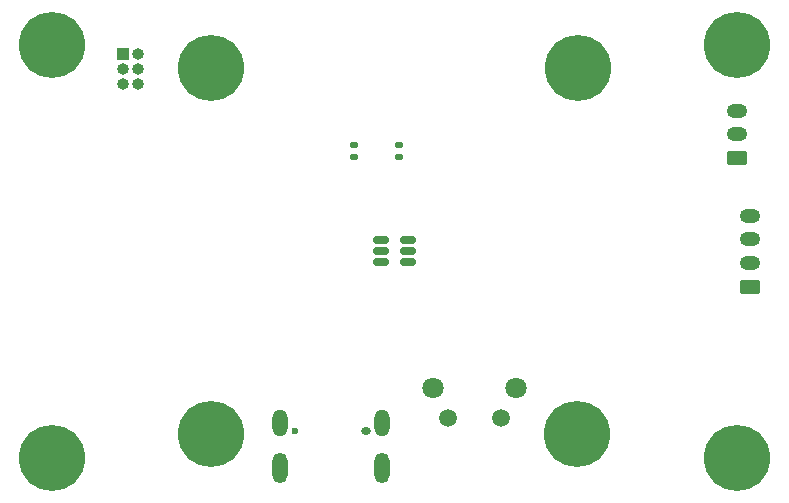
<source format=gbr>
%TF.GenerationSoftware,KiCad,Pcbnew,7.0.6*%
%TF.CreationDate,2024-03-18T22:21:07-04:00*%
%TF.ProjectId,Receiver,52656365-6976-4657-922e-6b696361645f,rev?*%
%TF.SameCoordinates,Original*%
%TF.FileFunction,Soldermask,Bot*%
%TF.FilePolarity,Negative*%
%FSLAX46Y46*%
G04 Gerber Fmt 4.6, Leading zero omitted, Abs format (unit mm)*
G04 Created by KiCad (PCBNEW 7.0.6) date 2024-03-18 22:21:07*
%MOMM*%
%LPD*%
G01*
G04 APERTURE LIST*
G04 Aperture macros list*
%AMRoundRect*
0 Rectangle with rounded corners*
0 $1 Rounding radius*
0 $2 $3 $4 $5 $6 $7 $8 $9 X,Y pos of 4 corners*
0 Add a 4 corners polygon primitive as box body*
4,1,4,$2,$3,$4,$5,$6,$7,$8,$9,$2,$3,0*
0 Add four circle primitives for the rounded corners*
1,1,$1+$1,$2,$3*
1,1,$1+$1,$4,$5*
1,1,$1+$1,$6,$7*
1,1,$1+$1,$8,$9*
0 Add four rect primitives between the rounded corners*
20,1,$1+$1,$2,$3,$4,$5,0*
20,1,$1+$1,$4,$5,$6,$7,0*
20,1,$1+$1,$6,$7,$8,$9,0*
20,1,$1+$1,$8,$9,$2,$3,0*%
G04 Aperture macros list end*
%ADD10C,3.600000*%
%ADD11C,5.600000*%
%ADD12C,1.498600*%
%ADD13C,1.803400*%
%ADD14R,1.000000X1.000000*%
%ADD15O,1.000000X1.000000*%
%ADD16RoundRect,0.250000X0.625000X-0.350000X0.625000X0.350000X-0.625000X0.350000X-0.625000X-0.350000X0*%
%ADD17O,1.750000X1.200000*%
%ADD18C,0.600000*%
%ADD19O,0.850000X0.600000*%
%ADD20O,1.300000X2.300000*%
%ADD21O,1.300000X2.600000*%
%ADD22RoundRect,0.150000X0.512500X0.150000X-0.512500X0.150000X-0.512500X-0.150000X0.512500X-0.150000X0*%
%ADD23RoundRect,0.140000X-0.170000X0.140000X-0.170000X-0.140000X0.170000X-0.140000X0.170000X0.140000X0*%
%ADD24RoundRect,0.140000X0.170000X-0.140000X0.170000X0.140000X-0.170000X0.140000X-0.170000X-0.140000X0*%
G04 APERTURE END LIST*
D10*
%TO.C,H1*%
X165500000Y-115500000D03*
D11*
X165500000Y-115500000D03*
%TD*%
D10*
%TO.C,H2*%
X165575000Y-84500000D03*
D11*
X165575000Y-84500000D03*
%TD*%
D10*
%TO.C,H7*%
X179000000Y-117500000D03*
D11*
X179000000Y-117500000D03*
%TD*%
D12*
%TO.C,SW2*%
X154561749Y-114100000D03*
X159061750Y-114100000D03*
D13*
X153306749Y-111609701D03*
X160316750Y-111609701D03*
%TD*%
D10*
%TO.C,H6*%
X179000000Y-82500000D03*
D11*
X179000000Y-82500000D03*
%TD*%
D14*
%TO.C,J5*%
X127030000Y-83330000D03*
D15*
X128300000Y-83330000D03*
X127030000Y-84600000D03*
X128300000Y-84600000D03*
X127030000Y-85870000D03*
X128300000Y-85870000D03*
%TD*%
D10*
%TO.C,H4*%
X134500000Y-84500000D03*
D11*
X134500000Y-84500000D03*
%TD*%
D10*
%TO.C,H5*%
X121000000Y-82500000D03*
D11*
X121000000Y-82500000D03*
%TD*%
D10*
%TO.C,H3*%
X134500000Y-115500000D03*
D11*
X134500000Y-115500000D03*
%TD*%
D16*
%TO.C,J4*%
X179000000Y-92100000D03*
D17*
X179000000Y-90100000D03*
X179000000Y-88100000D03*
%TD*%
D18*
%TO.C,J1*%
X141600000Y-115250000D03*
D19*
X147600000Y-115250000D03*
D20*
X140280000Y-114525000D03*
D21*
X140280000Y-118350000D03*
D20*
X148920000Y-114525000D03*
D21*
X148920000Y-118350000D03*
%TD*%
D10*
%TO.C,H8*%
X121000000Y-117500000D03*
D11*
X121000000Y-117500000D03*
%TD*%
D16*
%TO.C,J6*%
X180131617Y-103000000D03*
D17*
X180131617Y-101000000D03*
X180131617Y-99000000D03*
X180131617Y-97000000D03*
%TD*%
D22*
%TO.C,U3*%
X148862500Y-99050000D03*
X148862500Y-100000000D03*
X148862500Y-100950000D03*
X151137500Y-100950000D03*
X151137500Y-100000000D03*
X151137500Y-99050000D03*
%TD*%
D23*
%TO.C,C5*%
X150400000Y-91020000D03*
X150400000Y-91980000D03*
%TD*%
D24*
%TO.C,C4*%
X146600000Y-91980000D03*
X146600000Y-91020000D03*
%TD*%
M02*

</source>
